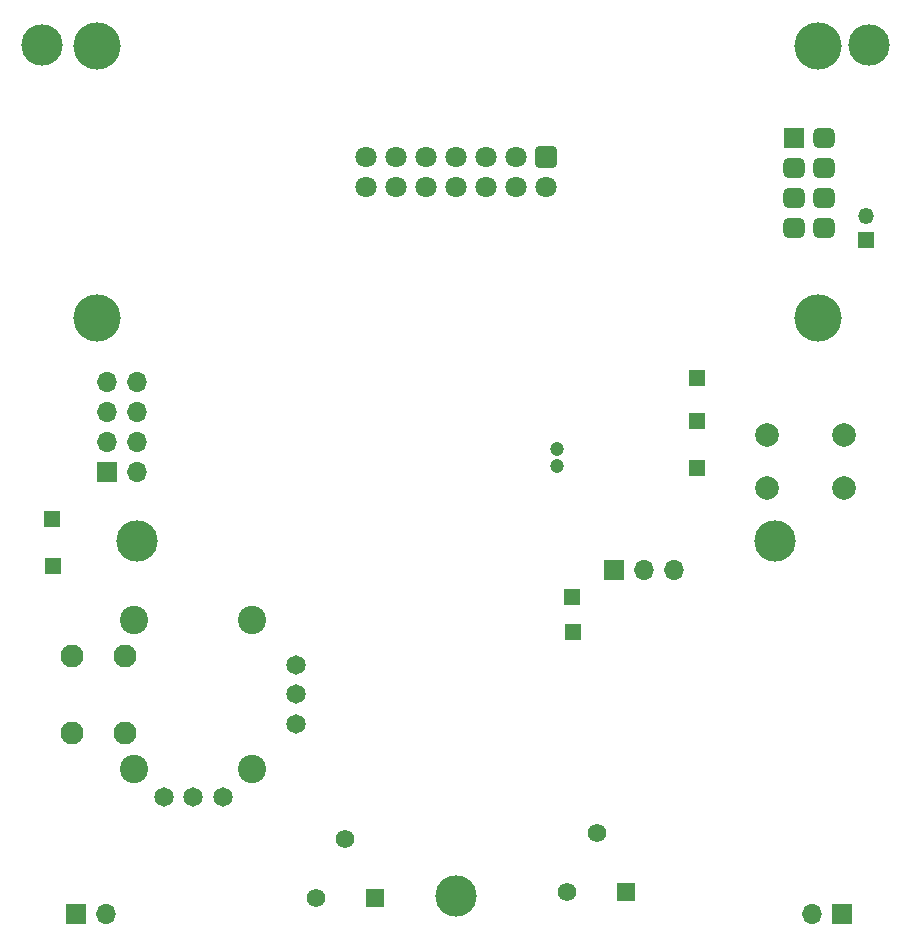
<source format=gbr>
%TF.GenerationSoftware,KiCad,Pcbnew,8.0.9-8.0.9-0~ubuntu22.04.1*%
%TF.CreationDate,2025-03-14T09:47:09+01:00*%
%TF.ProjectId,PROJECTE_MISE,50524f4a-4543-4544-955f-4d4953452e6b,12/03/25*%
%TF.SameCoordinates,Original*%
%TF.FileFunction,Soldermask,Bot*%
%TF.FilePolarity,Negative*%
%FSLAX46Y46*%
G04 Gerber Fmt 4.6, Leading zero omitted, Abs format (unit mm)*
G04 Created by KiCad (PCBNEW 8.0.9-8.0.9-0~ubuntu22.04.1) date 2025-03-14 09:47:09*
%MOMM*%
%LPD*%
G01*
G04 APERTURE LIST*
G04 Aperture macros list*
%AMRoundRect*
0 Rectangle with rounded corners*
0 $1 Rounding radius*
0 $2 $3 $4 $5 $6 $7 $8 $9 X,Y pos of 4 corners*
0 Add a 4 corners polygon primitive as box body*
4,1,4,$2,$3,$4,$5,$6,$7,$8,$9,$2,$3,0*
0 Add four circle primitives for the rounded corners*
1,1,$1+$1,$2,$3*
1,1,$1+$1,$4,$5*
1,1,$1+$1,$6,$7*
1,1,$1+$1,$8,$9*
0 Add four rect primitives between the rounded corners*
20,1,$1+$1,$2,$3,$4,$5,0*
20,1,$1+$1,$4,$5,$6,$7,0*
20,1,$1+$1,$6,$7,$8,$9,0*
20,1,$1+$1,$8,$9,$2,$3,0*%
G04 Aperture macros list end*
%ADD10R,1.700000X1.700000*%
%ADD11O,1.700000X1.700000*%
%ADD12R,1.800000X1.700000*%
%ADD13RoundRect,0.425000X-0.475000X-0.425000X0.475000X-0.425000X0.475000X0.425000X-0.475000X0.425000X0*%
%ADD14C,4.000000*%
%ADD15RoundRect,0.250000X0.650000X0.650000X-0.650000X0.650000X-0.650000X-0.650000X0.650000X-0.650000X0*%
%ADD16C,1.800000*%
%ADD17C,3.500000*%
%ADD18C,1.200000*%
%ADD19R,1.350000X1.350000*%
%ADD20C,2.000000*%
%ADD21O,1.350000X1.350000*%
%ADD22C,1.650000*%
%ADD23C,1.950000*%
%ADD24C,2.400000*%
%ADD25R,1.560000X1.560000*%
%ADD26C,1.560000*%
G04 APERTURE END LIST*
D10*
%TO.C,R2*%
X74425000Y-136300000D03*
D11*
X76965000Y-136300000D03*
%TD*%
D12*
%TO.C,LCD1*%
X135200000Y-70600000D03*
D13*
X137740000Y-70600000D03*
X135200000Y-73140000D03*
X137740000Y-73140000D03*
X135200000Y-75680000D03*
X137740000Y-75680000D03*
X135200000Y-78220000D03*
X137740000Y-78220000D03*
D14*
X137225000Y-85810000D03*
X76225000Y-85810000D03*
X76225000Y-62810000D03*
X137225000Y-62810000D03*
%TD*%
D15*
%TO.C,J1*%
X114180000Y-72160000D03*
D16*
X114180000Y-74700000D03*
X111640000Y-72160000D03*
X111640000Y-74700000D03*
X109100000Y-72160000D03*
X109100000Y-74700000D03*
X106560000Y-72160000D03*
X106560000Y-74700000D03*
X104020000Y-72160000D03*
X104020000Y-74700000D03*
X101480000Y-72160000D03*
X101480000Y-74700000D03*
X98940000Y-72160000D03*
X98940000Y-74700000D03*
D17*
X106560000Y-134700000D03*
X79560000Y-104700000D03*
X133560000Y-104700000D03*
X71560000Y-62700000D03*
X141560000Y-62700000D03*
%TD*%
D18*
%TO.C,Y2*%
X115150000Y-98300000D03*
X115150000Y-96900000D03*
%TD*%
D19*
%TO.C,J3*%
X72500000Y-106800000D03*
%TD*%
%TO.C,J9*%
X127000000Y-90900000D03*
%TD*%
D20*
%TO.C,SW1*%
X132900000Y-95700000D03*
X139400000Y-95700000D03*
X132900000Y-100200000D03*
X139400000Y-100200000D03*
%TD*%
D19*
%TO.C,JP1*%
X141300000Y-79200000D03*
D21*
X141300000Y-77200000D03*
%TD*%
D19*
%TO.C,J8*%
X127000000Y-94500000D03*
%TD*%
%TO.C,J6*%
X72400000Y-102800000D03*
%TD*%
D22*
%TO.C,S1*%
X93075000Y-120162500D03*
X93075000Y-117662500D03*
X93075000Y-115162500D03*
X81845000Y-126392500D03*
X84345000Y-126392500D03*
X86845000Y-126392500D03*
D23*
X78595000Y-114412500D03*
X78595000Y-120912500D03*
X74095000Y-114412500D03*
X74095000Y-120912500D03*
D24*
X89345000Y-123987500D03*
X89345000Y-111337500D03*
X79345000Y-111337500D03*
X79345000Y-123987500D03*
%TD*%
D10*
%TO.C,R1*%
X139275000Y-136300000D03*
D11*
X136735000Y-136300000D03*
%TD*%
D19*
%TO.C,J5*%
X116400000Y-109400000D03*
%TD*%
D10*
%TO.C,J7*%
X119920000Y-107100000D03*
D11*
X122460000Y-107100000D03*
X125000000Y-107100000D03*
%TD*%
D10*
%TO.C,J2*%
X77060000Y-98820000D03*
D11*
X79600000Y-98820000D03*
X77060000Y-96280000D03*
X79600000Y-96280000D03*
X77060000Y-93740000D03*
X79600000Y-93740000D03*
X77060000Y-91200000D03*
X79600000Y-91200000D03*
%TD*%
D25*
%TO.C,RV1*%
X121000000Y-134440000D03*
D26*
X118500000Y-129440000D03*
X116000000Y-134440000D03*
%TD*%
D19*
%TO.C,J10*%
X127000000Y-98500000D03*
%TD*%
D25*
%TO.C,RV2*%
X99700000Y-134940000D03*
D26*
X97200000Y-129940000D03*
X94700000Y-134940000D03*
%TD*%
D19*
%TO.C,J4*%
X116500000Y-112400000D03*
%TD*%
M02*

</source>
